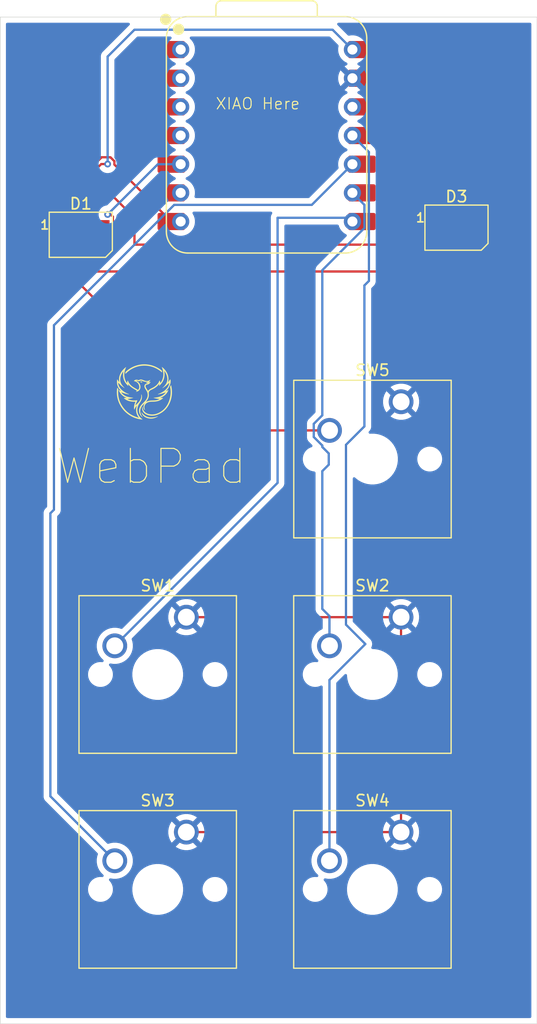
<source format=kicad_pcb>
(kicad_pcb (version 20241229) (generator "pcbnew") (generator_version "9.0")
  (layers (0 "F.Cu" signal) (2 "B.Cu" signal) (13 "F.Paste" user) (15 "B.Paste" user) (5 "F.SilkS" user "F.Silkscreen") (7 "B.SilkS" user "B.Silkscreen") (1 "F.Mask" user) (3 "B.Mask" user) (25 "Edge.Cuts" user))
  (net 0 "")
  (net 1 "Net-(D1-DOUT)")
  (net 2 "Net-(D1-VSS)")
  (net 3 "+5V")
  (net 4 "Net-(D1-DIN)")
  (net 6 "GND")
  (net 7 "Net-(U1-GPIO1{slash}RX)")
  (net 8 "Net-(U1-GPIO2{slash}SCK)")
  (net 9 "Net-(U1-GPIO4{slash}MISO)")
  (net 10 "Net-(U1-GPIO3{slash}MOSI)")
  (net 14 "Net-(U1-GPIO0{slash}TX)")
  (footprint "LED_SMD:LED_SK6812MINI_PLCC4_3.5x3.5mm_P1.75mm" (layer "F.Cu") (at 207.16875 46.11875)
    (property "Reference" "D3")
    (property "Value" "SK6812MINI")
  )
  (footprint "Button_Switch_Keyboard:SW_Cherry_MX_1.00u_PCB" (layer "F.Cu") (at 183.1975 80.645)
    (property "Reference" "SW1")
    (property "Value" "SW_Push")
  )
  (footprint "KiCAD OPL:XIAO-RP2040-DIP" (layer "F.Cu") (at 190.314992 37.955221)
    (property "Reference" "U1" (hide yes))
    (property "Value" "XIAO-RP2040-DIP")
  )
  (footprint "Button_Switch_Keyboard:SW_Cherry_MX_1.00u_PCB" (layer "F.Cu") (at 183.1975 99.695)
    (property "Reference" "SW3")
    (property "Value" "SW_Push")
  )
  (footprint "Button_Switch_Keyboard:SW_Cherry_MX_1.00u_PCB" (layer "F.Cu") (at 202.2475 99.695)
    (property "Reference" "SW4")
    (property "Value" "SW_Push")
  )
  (footprint "Button_Switch_Keyboard:SW_Cherry_MX_1.00u_PCB" (layer "F.Cu") (at 202.2475 80.645)
    (property "Reference" "SW2")
    (property "Value" "SW_Push")
  )
  (footprint "Button_Switch_Keyboard:SW_Cherry_MX_1.00u_PCB" (layer "F.Cu") (at 202.253757 61.550724)
    (property "Reference" "SW5")
    (property "Value" "SW_Push")
  )
  (footprint "LED_SMD:LED_SK6812MINI_PLCC4_3.5x3.5mm_P1.75mm" (layer "F.Cu") (at 173.83125 46.75)
    (property "Reference" "D1")
    (property "Value" "SK6812MINI")
  )
  (gr_poly (pts (xy 179.178884 59.748738) (xy 179.184443 59.749031) (xy 179.189893 59.749538) (xy 179.200483 59.751157) (xy 179.210696 59.753527) (xy 179.22057 59.75658) (xy 179.230145 59.760248) (xy 179.23946 59.764463) (xy 179.248556 59.769156) (xy 179.257472 59.77426) (xy 179.266247 59.779706) (xy 179.274921 59.785426) (xy 179.309398 59.809685) (xy 179.269903 59.822873) (xy 179.253121 59.827993) (xy 179.238017 59.832061) (xy 179.224365 59.835024) (xy 179.211941 59.83683) (xy 179.206119 59.837283) (xy 179.20052 59.837428) (xy 179.195115 59.837257) (xy 179.189876 59.836765) (xy 179.184776 59.835944) (xy 179.179785 59.834789) (xy 179.174877 59.833293) (xy 179.170022 59.831449) (xy 179.165193 59.829251) (xy 179.160361 59.826692) (xy 179.155499 59.823766) (xy 179.150578 59.820466) (xy 179.140448 59.812719) (xy 179.129746 59.803399) (xy 179.118246 59.792454) (xy 179.105725 59.779832) (xy 179.106186 59.777493) (xy 179.106751 59.775309) (xy 179.107416 59.773274) (xy 179.108177 59.77138) (xy 179.109032 59.769622) (xy 179.109977 59.767994) (xy 179.111009 59.766488) (xy 179.112125 59.765099) (xy 179.113321 59.763819) (xy 179.114594 59.762643) (xy 179.115941 59.761564) (xy 179.117358 59.760575) (xy 179.118843 59.759671) (xy 179.120391 59.758844) (xy 179.122 59.758088) (xy 179.123667 59.757396) (xy 179.125387 59.756763) (xy 179.127159 59.756182) (xy 179.130841 59.755149) (xy 179.134687 59.754246) (xy 179.13867 59.753421) (xy 179.146945 59.751799) (xy 179.151184 59.750898) (xy 179.155455 59.749869) (xy 179.161501 59.749224) (xy 179.167418 59.748826) (xy 179.173211 59.748667)) (fill yes) (layer "F.SilkS"))
  (gr_poly (pts (xy 181.050546 58.484953) (xy 181.089703 58.514035) (xy 181.127496 58.54424) (xy 181.163936 58.575557) (xy 181.199034 58.607977) (xy 181.232804 58.64149) (xy 181.265256 58.676086) (xy 181.296402 58.711756) (xy 181.326255 58.748488) (xy 181.354825 58.786274) (xy 181.382126 58.825104) (xy 181.408168 58.864968) (xy 181.432963 58.905855) (xy 181.456524 58.947756) (xy 181.478862 58.990661) (xy 181.499989 59.034561) (xy 181.519932 59.079797) (xy 181.53803 59.125303) (xy 181.554256 59.1711) (xy 181.56858 59.217206) (xy 181.580976 59.263643) (xy 181.591413 59.31043) (xy 181.599864 59.357588) (xy 181.606301 59.405135) (xy 181.610695 59.453093) (xy 181.613018 59.50148) (xy 181.613241 59.550318) (xy 181.611337 59.599626) (xy 181.607276 59.649424) (xy 181.601031 59.699732) (xy 181.592573 59.750571) (xy 181.581874 59.801959) (xy 181.596485 59.786906) (xy 181.61032 59.771725) (xy 181.62344 59.756429) (xy 181.635907 59.74103) (xy 181.647782 59.725541) (xy 181.659129 59.709975) (xy 181.670008 59.694344) (xy 181.680481 59.678661) (xy 181.700459 59.647192) (xy 181.719556 59.615668) (xy 181.757087 59.552866) (xy 181.769816 59.573083) (xy 181.780673 59.595022) (xy 181.789689 59.618588) (xy 181.796897 59.64369) (xy 181.80233 59.670235) (xy 181.806021 59.698129) (xy 181.808002 59.727279) (xy 181.808305 59.757594) (xy 181.806964 59.788979) (xy 181.804011 59.821343) (xy 181.7934 59.888633) (xy 181.776733 59.958723) (xy 181.754271 60.030867) (xy 181.726276 60.104325) (xy 181.693008 60.178353) (xy 181.654729 60.252208) (xy 181.6117 60.325147) (xy 181.564182 60.396428) (xy 181.512436 60.465308) (xy 181.456724 60.531044) (xy 181.397306 60.592893) (xy 181.410777 60.58985) (xy 181.423917 60.586201) (xy 181.43678 60.58201) (xy 181.449419 60.577343) (xy 181.461887 60.572265) (xy 181.474239 60.566841) (xy 181.498804 60.555217) (xy 181.548886 60.530687) (xy 181.561916 60.524668) (xy 181.575257 60.518824) (xy 181.588962 60.513221) (xy 181.603086 60.507924) (xy 181.578219 60.575042) (xy 181.550159 60.6384) (xy 181.519002 60.698142) (xy 181.484844 60.75441) (xy 181.447783 60.807348) (xy 181.407915 60.857097) (xy 181.365338 60.903801) (xy 181.320147 60.947602) (xy 181.272441 60.988643) (xy 181.222316 61.027067) (xy 181.169868 61.063017) (xy 181.115196 61.096634) (xy 181.058394 61.128063) (xy 180.999561 61.157446) (xy 180.938793 61.184925) (xy 180.876188 61.210643) (xy 181.129448 61.210643) (xy 181.129357 61.214103) (xy 181.129128 61.217408) (xy 181.128765 61.220562) (xy 181.128274 61.223572) (xy 181.127663 61.226443) (xy 181.126936 61.229182) (xy 181.126099 61.231794) (xy 181.125159 61.234286) (xy 181.124121 61.236663) (xy 181.122991 61.238931) (xy 181.121775 61.241097) (xy 181.120478 61.243165) (xy 181.119108 61.245143) (xy 181.117669 61.247037) (xy 181.11461 61.250592) (xy 181.111348 61.25388) (xy 181.10793 61.256947) (xy 181.104404 61.259842) (xy 181.100816 61.262612) (xy 181.093644 61.267966) (xy 181.090154 61.270647) (xy 181.08679 61.273393) (xy 181.044324 61.307719) (xy 181.000894 61.339328) (xy 180.956533 61.368308) (xy 180.911275 61.394745) (xy 180.865151 61.418727) (xy 180.818196 61.440341) (xy 180.770441 61.459675) (xy 180.72192 61.476815) (xy 180.672665 61.491849) (xy 180.62271 61.504864) (xy 180.572086 61.515947) (xy 180.520828 61.525186) (xy 180.468968 61.532667) (xy 180.416538 61.538479) (xy 180.363573 61.542708) (xy 180.310103 61.545441) (xy 180.105478 61.549301) (xy 180.054439 61.551779) (xy 180.028965 61.553691) (xy 180.003527 61.55616) (xy 179.978131 61.559268) (xy 179.95278 61.563094) (xy 179.927482 61.567721) (xy 179.902239 61.573229) (xy 179.86669 61.582355) (xy 179.84914 61.587428) (xy 179.831757 61.592871) (xy 179.814556 61.598707) (xy 179.797549 61.604958) (xy 179.78075 61.611646) (xy 179.764173 61.618795) (xy 179.747831 61.626426) (xy 179.731737 61.634562) (xy 179.715905 61.643225) (xy 179.700349 61.652439) (xy 179.685082 61.662225) (xy 179.670117 61.672606) (xy 179.655469 61.683604) (xy 179.64115 61.695243) (xy 179.625892 61.708616) (xy 179.611356 61.722315) (xy 179.597543 61.736332) (xy 179.584454 61.750661) (xy 179.57209 61.765292) (xy 179.560452 61.78022) (xy 179.549542 61.795435) (xy 179.539359 61.81093) (xy 179.529905 61.826697) (xy 179.521182 61.84273) (xy 179.51319 61.85902) (xy 179.505931 61.875559) (xy 179.499405 61.89234) (xy 179.493613 61.909355) (xy 179.488557 61.926597) (xy 179.484238 61.944058) (xy 179.480656 61.96173) (xy 179.477813 61.979606) (xy 179.475709 61.997678) (xy 179.474347 62.015938) (xy 179.473726 62.034378) (xy 179.473848 62.052992) (xy 179.474714 62.07177) (xy 179.476325 62.090707) (xy 179.478682 62.109793) (xy 179.481786 62.129022) (xy 179.485638 62.148385) (xy 179.49024 62.167875) (xy 179.495592 62.187485) (xy 179.501695 62.207206) (xy 179.516159 62.246952) (xy 179.51742 62.249824) (xy 179.518856 62.252657) (xy 179.520418 62.255467) (xy 179.522057 62.258264) (xy 179.525373 62.263874) (xy 179.526953 62.266712) (xy 179.528414 62.269588) (xy 179.52971 62.272517) (xy 179.53028 62.274004) (xy 179.530791 62.275509) (xy 179.531235 62.277033) (xy 179.531608 62.278579) (xy 179.531902 62.280146) (xy 179.532113 62.281737) (xy 179.532233 62.283355) (xy 179.532256 62.284999) (xy 179.532178 62.286672) (xy 179.53199 62.288375) (xy 179.531689 62.29011) (xy 179.531266 62.291879) (xy 179.530717 62.293682) (xy 179.530034 62.295523) (xy 179.515158 62.286121) (xy 179.501131 62.275671) (xy 179.487959 62.264214) (xy 179.475645 62.251792) (xy 179.464194 62.238446) (xy 179.45361 62.224218) (xy 179.443898 62.209151) (xy 179.435061 62.193285) (xy 179.427105 62.176663) (xy 179.420033 62.159326) (xy 179.413849 62.141317) (xy 179.408558 62.122676) (xy 179.404165 62.103446) (xy 179.400673 62.083668) (xy 179.398086 62.063385) (xy 179.39641 62.042637) (xy 179.395648 62.021467) (xy 179.395805 61.999916) (xy 179.396884 61.978027) (xy 179.398891 61.955841) (xy 179.401829 61.933399) (xy 179.405703 61.910744) (xy 179.410517 61.887918) (xy 179.416276 61.864961) (xy 179.422983 61.841916) (xy 179.430643 61.818825) (xy 179.43926 61.795729) (xy 179.448838 61.77267) (xy 179.459382 61.74969) (xy 179.470897 61.726831) (xy 179.483385 61.704134) (xy 179.496853 61.681641) (xy 179.410876 61.767539) (xy 179.369483 61.809819) (xy 179.329746 61.852417) (xy 179.310638 61.874013) (xy 179.29211 61.895903) (xy 179.274219 61.918158) (xy 179.257021 61.94085) (xy 179.240569 61.964051) (xy 179.224922 61.987832) (xy 179.210133 62.012264) (xy 179.196258 62.037419) (xy 179.170559 62.090447) (xy 179.149236 62.143122) (xy 179.132208 62.195449) (xy 179.1194 62.247431) (xy 179.110732 62.299073) (xy 179.106125 62.35038) (xy 179.105503 62.401357) (xy 179.108787 62.452007) (xy 179.115898 62.502335) (xy 179.126758 62.552346) (xy 179.14129 62.602045) (xy 179.159414 62.651435) (xy 179.181053 62.700522) (xy 179.206129 62.749309) (xy 179.234563 62.797802) (xy 179.266277 62.846005) (xy 179.269334 62.850197) (xy 179.272573 62.854287) (xy 179.275952 62.858309) (xy 179.279427 62.862297) (xy 179.286493 62.870307) (xy 179.289997 62.874398) (xy 179.293424 62.878591) (xy 179.29673 62.882921) (xy 179.299872 62.887423) (xy 179.302808 62.892129) (xy 179.304184 62.89457) (xy 179.305493 62.897075) (xy 179.306728 62.899648) (xy 179.307884 62.902294) (xy 179.308956 62.905017) (xy 179.309938 62.907821) (xy 179.310825 62.910711) (xy 179.311611 62.91369) (xy 179.312292 62.916764) (xy 179.312861 62.919935) (xy 179.309876 62.919949) (xy 179.306984 62.919828) (xy 179.304182 62.919578) (xy 179.301466 62.919205) (xy 179.298832 62.918714) (xy 179.296278 62.91811) (xy 179.293799 62.917399) (xy 179.291394 62.916587) (xy 179.289057 62.91568) (xy 179.286786 62.914681) (xy 179.284578 62.913599) (xy 179.282428 62.912436) (xy 179.278293 62.909897) (xy 179.274352 62.907107) (xy 179.27058 62.904111) (xy 179.266948 62.900953) (xy 179.26343 62.897677) (xy 179.259999 62.894329) (xy 179.253287 62.88759) (xy 179.246595 62.881089) (xy 179.219078 62.854455) (xy 179.193171 62.827098) (xy 179.168876 62.799058) (xy 179.146196 62.770374) (xy 179.125133 62.741084) (xy 179.10569 62.711228) (xy 179.087868 62.680844) (xy 179.07167 62.649972) (xy 179.057098 62.61865) (xy 179.044154 62.586918) (xy 179.032841 62.554814) (xy 179.023161 62.522378) (xy 179.015117 62.489647) (xy 179.00871 62.456663) (xy 179.003944 62.423462) (xy 179.000819 62.390085) (xy 178.999339 62.35657) (xy 178.999505 62.322956) (xy 179.001321 62.289282) (xy 179.004788 62.255588) (xy 179.009909 62.221912) (xy 179.016686 62.188292) (xy 179.025121 62.154769) (xy 179.035216 62.121381) (xy 179.046975 62.088167) (xy 179.060398 62.055166) (xy 179.075489 62.022417) (xy 179.09225 61.989959) (xy 179.110682 61.95783) (xy 179.130789 61.926071) (xy 179.152573 61.894719) (xy 179.176035 61.863814) (xy 179.197174 61.837747) (xy 179.218825 61.812162) (xy 179.240925 61.787002) (xy 179.263411 61.762206) (xy 179.309296 61.713479) (xy 179.355982 61.66551) (xy 179.449766 61.569973) (xy 179.460263 61.558929) (xy 179.623501 61.558929) (xy 179.658918 61.54219) (xy 179.694521 61.526547) (xy 179.730368 61.512045) (xy 179.766512 61.498731) (xy 179.803011 61.486649) (xy 179.839918 61.475843) (xy 179.877291 61.46636) (xy 179.915183 61.458244) (xy 179.949948 61.452148) (xy 179.984782 61.447257) (xy 180.019677 61.44342) (xy 180.054623 61.440487) (xy 180.124638 61.436734) (xy 180.194758 61.434796) (xy 180.335045 61.431557) (xy 180.405076 61.427853) (xy 180.440034 61.424954) (xy 180.474942 61.421157) (xy 180.497429 61.418086) (xy 180.520532 61.414345) (xy 180.567842 61.404997) (xy 180.591675 61.399463) (xy 180.615377 61.393402) (xy 180.638763 61.386851) (xy 180.661645 61.379847) (xy 180.683836 61.372424) (xy 180.70515 61.364619) (xy 180.7254 61.356468) (xy 180.7444 61.348008) (xy 180.761962 61.339273) (xy 180.7779 61.3303) (xy 180.792026 61.321125) (xy 180.804155 61.311783) (xy 180.669589 61.29138) (xy 180.602363 61.281079) (xy 180.535383 61.269667) (xy 180.468805 61.25636) (xy 180.435717 61.24875) (xy 180.402788 61.240372) (xy 180.370037 61.231128) (xy 180.337485 61.220919) (xy 180.305151 61.209649) (xy 180.273055 61.197218) (xy 180.429225 61.181919) (xy 180.506093 61.171764) (xy 180.581969 61.159497) (xy 180.656715 61.144786) (xy 180.730195 61.1273) (xy 180.802272 61.106708) (xy 180.872811 61.082678) (xy 180.941675 61.05488) (xy 181.008727 61.022982) (xy 181.073831 60.986653) (xy 181.136851 60.945561) (xy 181.197649 60.899376) (xy 181.256091 60.847765) (xy 181.312038 60.790398) (xy 181.365355 60.726944) (xy 181.343546 60.731992) (xy 181.321969 60.737613) (xy 181.300582 60.743698) (xy 181.279343 60.75014) (xy 181.195057 60.777336) (xy 181.150974 60.791278) (xy 181.106775 60.804872) (xy 181.062424 60.817933) (xy 181.017884 60.830277) (xy 180.974754 60.841558) (xy 180.931441 60.852208) (xy 180.909712 60.857201) (xy 180.887932 60.861921) (xy 180.866099 60.86633) (xy 180.844211 60.870391) (xy 180.757609 60.887147) (xy 180.735373 60.890581) (xy 180.724117 60.891977) (xy 180.712756 60.893109) (xy 180.701282 60.893939) (xy 180.689685 60.894429) (xy 180.677957 60.894543) (xy 180.666087 60.894241) (xy 180.66718 60.891697) (xy 180.668303 60.889314) (xy 180.669453 60.887087) (xy 180.67063 60.885008) (xy 180.671832 60.883072) (xy 180.673057 60.881272) (xy 180.674305 60.879601) (xy 180.675573 60.878054) (xy 180.67686 60.876624) (xy 180.678165 60.875305) (xy 180.679486 60.87409) (xy 180.680822 60.872974) (xy 180.682171 60.871948) (xy 180.683532 60.871009) (xy 180.684904 60.870148) (xy 180.686285 60.86936) (xy 180.689067 60.867977) (xy 180.691868 60.866809) (xy 180.694677 60.865805) (xy 180.69748 60.864915) (xy 180.703027 60.863272) (xy 180.705748 60.862418) (xy 180.708417 60.861474) (xy 180.764485 60.8395) (xy 180.819841 60.816464) (xy 180.874427 60.792279) (xy 180.928182 60.76686) (xy 180.981045 60.74012) (xy 181.032957 60.711973) (xy 181.083857 60.682335) (xy 181.133686 60.651118) (xy 181.182384 60.618237) (xy 181.229889 60.583605) (xy 181.276143 60.547138) (xy 181.321084 60.508748) (xy 181.364653 60.46835) (xy 181.40679 60.425858) (xy 181.447435 60.381186) (xy 181.486527 60.334248) (xy 181.507725 60.306489) (xy 181.52785 60.27787) (xy 181.54685 60.248544) (xy 181.564675 60.218663) (xy 181.581276 60.188379) (xy 181.596602 60.157843) (xy 181.610602 60.127209) (xy 181.623226 60.096628) (xy 181.634424 60.066253) (xy 181.644146 60.036235) (xy 181.652341 60.006726) (xy 181.658958 59.977879) (xy 181.663949 59.949846) (xy 181.667261 59.922779) (xy 181.668846 59.89683) (xy 181.668652 59.87215) (xy 181.602871 59.940414) (xy 181.569252 59.973751) (xy 181.535106 60.006537) (xy 181.500402 60.038758) (xy 181.465111 60.070401) (xy 181.4292 60.10145) (xy 181.39264 60.131891) (xy 181.355399 60.161709) (xy 181.317448 60.19089) (xy 181.278754 60.219419) (xy 181.239288 60.247282) (xy 181.199019 60.274464) (xy 181.157916 60.30095) (xy 181.115948 60.326727) (xy 181.073085 60.351779) (xy 181.073645 60.346439) (xy 181.074381 60.341579) (xy 181.075279 60.337166) (xy 181.076329 60.333167) (xy 181.077517 60.329551) (xy 181.078831 60.326285) (xy 181.080259 60.323337) (xy 181.081789 60.320673) (xy 181.083409 60.318262) (xy 181.085106 60.316072) (xy 181.086868 60.314069) (xy 181.088682 60.312222) (xy 181.090537 60.310498) (xy 181.09242 60.308864) (xy 181.096222 60.30574) (xy 181.115402 60.289745) (xy 181.13415 60.273363) (xy 181.152478 60.256608) (xy 181.170402 60.239492) (xy 181.187935 60.222027) (xy 181.205092 60.204228) (xy 181.221887 60.186106) (xy 181.238335 60.167674) (xy 181.25445 60.148947) (xy 181.270245 60.129935) (xy 181.285736 60.110653) (xy 181.300937 60.091113) (xy 181.330526 60.051311) (xy 181.359125 60.010633) (xy 181.378539 59.981168) (xy 181.396684 59.951295) (xy 181.413541 59.921018) (xy 181.42909 59.890342) (xy 181.443314 59.859273) (xy 181.456193 59.827816) (xy 181.467709 59.795977) (xy 181.477843 59.76376) (xy 181.486576 59.73117) (xy 181.493889 59.698214) (xy 181.499763 59.664896) (xy 181.50418 59.631222) (xy 181.507121 59.597196) (xy 181.508567 59.562825) (xy 181.508499 59.528113) (xy 181.506899 59.493065) (xy 181.503711 59.455168) (xy 181.499283 59.417602) (xy 181.493623 59.380356) (xy 181.48674 59.343422) (xy 181.478644 59.30679) (xy 181.469342 59.270449) (xy 181.458844 59.23439) (xy 181.447159 59.198604) (xy 181.434296 59.16308) (xy 181.420263 59.12781) (xy 181.405069 59.092782) (xy 181.388724 59.057988) (xy 181.371235 59.023417) (xy 181.352612 58.989061) (xy 181.332864 58.954909) (xy 181.311999 58.920951) (xy 181.24114 58.819577) (xy 181.254683 58.919713) (xy 181.262859 59.017539) (xy 181.2656 59.113061) (xy 181.262838 59.206282) (xy 181.254504 59.297206) (xy 181.24053 59.385836) (xy 181.220846 59.472177) (xy 181.195385 59.556231) (xy 181.164077 59.638004) (xy 181.126855 59.717499) (xy 181.083649 59.794719) (xy 181.034391 59.869669) (xy 180.979013 59.942353) (xy 180.917445 60.012774) (xy 180.84962 60.080935) (xy 180.775469 60.146842) (xy 180.791732 59.968292) (xy 180.787797 59.971308) (xy 180.784311 59.973869) (xy 180.778569 59.977986) (xy 180.776251 59.979721) (xy 180.775217 59.980546) (xy 180.774261 59.981359) (xy 180.77338 59.982171) (xy 180.77257 59.982991) (xy 180.771826 59.983833) (xy 180.771145 59.984707) (xy 180.746666 60.017244) (xy 180.721346 60.048796) (xy 180.695199 60.079379) (xy 180.66824 60.109009) (xy 180.640484 60.137702) (xy 180.611946 60.165474) (xy 180.582642 60.192342) (xy 180.552585 60.218322) (xy 180.521792 60.243429) (xy 180.490276 60.267681) (xy 180.458054 60.291093) (xy 180.425139 60.313682) (xy 180.391547 60.335463) (xy 180.357292 60.356454) (xy 180.32239 60.37667) (xy 180.286856 60.396128) (xy 180.256147 60.41221) (xy 180.225252 60.427942) (xy 180.163106 60.458733) (xy 180.10082 60.489271) (xy 180.038801 60.520321) (xy 180.026061 60.527075) (xy 180.013792 60.534072) (xy 180.001994 60.541313) (xy 179.990667 60.548798) (xy 179.979812 60.556527) (xy 179.969429 60.5645) (xy 179.959518 60.572717) (xy 179.95008 60.581178) (xy 179.941116 60.589883) (xy 179.932624 60.598833) (xy 179.924607 60.608026) (xy 179.917064 60.617465) (xy 179.909995 60.627147) (xy 179.903402 60.637075) (xy 179.897284 60.647247) (xy 179.891641 60.657663) (xy 179.886475 60.668325) (xy 179.881785 60.679231) (xy 179.877571 60.690382) (xy 179.873835 60.701778) (xy 179.870577 60.71342) (xy 179.867796 60.725306) (xy 179.865494 60.737438) (xy 179.863671 60.749815) (xy 179.862326 60.762438) (xy 179.861461 60.775306) (xy 179.861075 60.788419) (xy 179.86117 60.801778) (xy 179.861745 60.815383) (xy 179.862801 60.829233) (xy 179.864338 60.84333) (xy 179.866357 60.857672) (xy 179.870568 60.889448) (xy 179.873249 60.92091) (xy 179.874437 60.952066) (xy 179.874171 60.982927) (xy 179.872487 61.013503) (xy 179.869425 61.043805) (xy 179.865022 61.073841) (xy 179.859315 61.103623) (xy 179.852343 61.133161) (xy 179.844144 61.162464) (xy 179.834755 61.191543) (xy 179.824215 61.220408) (xy 179.81256 61.249069) (xy 179.79983 61.277537) (xy 179.786062 61.30582) (xy 179.771293 61.333931) (xy 179.763113 61.348563) (xy 179.754642 61.362994) (xy 179.736957 61.391358) (xy 179.718495 61.419238) (xy 179.699512 61.44685) (xy 179.66101 61.502132) (xy 179.642003 61.530233) (xy 179.623501 61.558929) (xy 179.460263 61.558929) (xy 179.49587 61.521468) (xy 179.540784 61.471847) (xy 179.566377 61.44181) (xy 179.590793 61.411312) (xy 179.613953 61.380318) (xy 179.635778 61.348794) (xy 179.656189 61.316705) (xy 179.675109 61.284017) (xy 179.692458 61.250695) (xy 179.708158 61.216706) (xy 179.722131 61.182014) (xy 179.734296 61.146584) (xy 179.744577 61.110384) (xy 179.752894 61.073377) (xy 179.759168 61.035531) (xy 179.763322 60.996809) (xy 179.765276 60.957178) (xy 179.764952 60.916603) (xy 179.763334 60.888965) (xy 179.760532 60.861767) (xy 179.756594 60.834992) (xy 179.751565 60.80862) (xy 179.745492 60.782633) (xy 179.738421 60.757015) (xy 179.730398 60.731746) (xy 179.72147 60.706807) (xy 179.711683 60.682182) (xy 179.701083 60.657852) (xy 179.689716 60.633798) (xy 179.677629 60.610003) (xy 179.664868 60.586448) (xy 179.651479 60.563116) (xy 179.623005 60.517044) (xy 179.579922 60.450521) (xy 179.559069 60.416948) (xy 179.549027 60.399968) (xy 179.539324 60.382815) (xy 179.530021 60.365457) (xy 179.521178 60.347859) (xy 179.512857 60.329989) (xy 179.505119 60.311815) (xy 179.498025 60.293302) (xy 179.491636 60.274419) (xy 179.486013 60.255132) (xy 179.481217 60.235408) (xy 179.479027 60.224483) (xy 179.477253 60.213641) (xy 179.475899 60.202877) (xy 179.474967 60.192187) (xy 179.47446 60.181565) (xy 179.474381 60.171008) (xy 179.474732 60.160509) (xy 179.475517 60.150066) (xy 179.476737 60.139672) (xy 179.478396 60.129323) (xy 179.480497 60.119014) (xy 179.483042 60.108741) (xy 179.486034 60.098499) (xy 179.489475 60.088284) (xy 179.49337 60.07809) (xy 179.497719 60.067912) (xy 179.502512 60.057704) (xy 179.507548 60.047903) (xy 179.512865 60.03854) (xy 179.5185 60.029644) (xy 179.52449 60.021245) (xy 179.530872 60.013372) (xy 179.537682 60.006055) (xy 179.541259 60.002615) (xy 179.544957 59.999325) (xy 179.548781 59.996189) (xy 179.552735 59.99321) (xy 179.556824 59.990393) (xy 179.561053 59.987741) (xy 179.565425 59.985258) (xy 179.569946 59.982947) (xy 179.574621 59.980813) (xy 179.579453 59.978859) (xy 179.584448 59.977088) (xy 179.58961 59.975505) (xy 179.594944 59.974113) (xy 179.600454 59.972915) (xy 179.606145 59.971917) (xy 179.612022 59.97112) (xy 179.618089 59.97053) (xy 179.62435 59.970149) (xy 179.645474 59.968909) (xy 179.66663 59.966889) (xy 179.67722 59.965531) (xy 179.687817 59.96391) (xy 179.698421 59.962005) (xy 179.709032 59.959791) (xy 179.719651 59.957248) (xy 179.730276 59.954353) (xy 179.740908 59.951082) (xy 179.751547 59.947413) (xy 179.762192 59.943325) (xy 179.772843 59.938793) (xy 179.7835 59.933797) (xy 179.794162 59.928312) (xy 179.742321 59.924325) (xy 179.717 59.921781) (xy 179.704476 59.92013) (xy 179.692037 59.918133) (xy 179.679681 59.915722) (xy 179.667403 59.912827) (xy 179.655199 59.909379) (xy 179.643065 59.90531) (xy 179.630998 59.900549) (xy 179.618994 59.895028) (xy 179.607048 59.888678) (xy 179.595157 59.881429) (xy 179.606357 59.873531) (xy 179.617766 59.866349) (xy 179.629348 59.859768) (xy 179.641066 59.853669) (xy 179.664765 59.84245) (xy 179.688568 59.831753) (xy 179.712183 59.82064) (xy 179.723828 59.814634) (xy 179.735316 59.808173) (xy 179.746611 59.801137) (xy 179.757676 59.793412) (xy 179.768474 59.784878) (xy 179.778968 59.775419) (xy 179.746471 59.781085) (xy 179.714348 59.785245) (xy 179.682581 59.787944) (xy 179.651152 59.789223) (xy 179.620043 59.789126) (xy 179.589236 59.787695) (xy 179.558714 59.784972) (xy 179.528458 59.781) (xy 179.498451 59.775822) (xy 179.468675 59.769481) (xy 179.439111 59.762018) (xy 179.409742 59.753477) (xy 179.38055 59.7439) (xy 179.351517 59.733329) (xy 179.322626 59.721808) (xy 179.293857 59.70938) (xy 179.275788 59.701786) (xy 179.257726 59.695227) (xy 179.239681 59.689735) (xy 179.221665 59.685348) (xy 179.203692 59.682101) (xy 179.185771 59.68003) (xy 179.167916 59.679169) (xy 179.150138 59.679555) (xy 179.132449 59.681223) (xy 179.114861 59.684209) (xy 179.097385 59.688548) (xy 179.080034 59.694276) (xy 179.062819 59.701428) (xy 179.045752 59.710041) (xy 179.028845 59.720149) (xy 179.01211 59.731788) (xy 179.009819 59.733424) (xy 179.007551 59.7349) (xy 179.005307 59.736221) (xy 179.003084 59.737391) (xy 179.000882 59.738416) (xy 178.998699 59.739302) (xy 178.996534 59.740053) (xy 178.994385 59.740674) (xy 178.992253 59.741171) (xy 178.990135 59.741549) (xy 178.98803 59.741812) (xy 178.985936 59.741967) (xy 178.983854 59.742019) (xy 178.981781 59.741971) (xy 178.97766 59.741602) (xy 178.973562 59.7409) (xy 178.969478 59.739908) (xy 178.965399 59.738667) (xy 178.961314 59.737217) (xy 178.957214 59.735601) (xy 178.95309 59.73386) (xy 178.944729 59.730167) (xy 178.932911 59.725069) (xy 178.921024 59.720246) (xy 178.909059 59.71572) (xy 178.897007 59.711511) (xy 178.884861 59.707639) (xy 178.872611 59.704126) (xy 178.86025 59.700991) (xy 178.847768 59.698257) (xy 178.835158 59.695943) (xy 178.82241 59.69407) (xy 178.809517 59.692659) (xy 178.796469 59.691731) (xy 178.783258 59.691306) (xy 178.769875 59.691405) (xy 178.756313 59.692049) (xy 178.742563 59.693259) (xy 178.777639 59.71063) (xy 178.795134 59.719399) (xy 178.812502 59.728405) (xy 178.834334 59.740581) (xy 178.855498 59.753564) (xy 178.875979 59.767325) (xy 178.895764 59.781832) (xy 178.914839 59.797055) (xy 178.93319 59.812965) (xy 178.950802 59.82953) (xy 178.967661 59.846721) (xy 178.983754 59.864508) (xy 178.999067 59.882859) (xy 179.013585 59.901745) (xy 179.027294 59.921136) (xy 179.040181 59.941001) (xy 179.052231 59.96131) (xy 179.06343 59.982032) (xy 179.073765 60.003138) (xy 179.08322 60.024597) (xy 179.091783 60.046379) (xy 179.099439 60.068454) (xy 179.106174 60.09079) (xy 179.111974 60.113359) (xy 179.116826 60.136129) (xy 179.120714 60.159071) (xy 179.123625 60.182154) (xy 179.125544 60.205348) (xy 179.126459 60.228623) (xy 179.126355 60.251947) (xy 179.125217 60.275292) (xy 179.123032 60.298627) (xy 179.119786 60.321921) (xy 179.115464 60.345144) (xy 179.110053 60.368266) (xy 179.105645 60.383737) (xy 179.100483 60.39901) (xy 179.094593 60.414064) (xy 179.088 60.428878) (xy 179.080731 60.443432) (xy 179.07281 60.457707) (xy 179.064264 60.471681) (xy 179.055117 60.485335) (xy 179.045397 60.498648) (xy 179.035127 60.511599) (xy 179.024334 60.52417) (xy 179.013044 60.536339) (xy 179.001282 60.548086) (xy 178.989073 60.559391) (xy 178.976444 60.570234) (xy 178.96342 60.580594) (xy 178.950026 60.590451) (xy 178.936289 60.599785) (xy 178.922234 60.608575) (xy 178.907886 60.616802) (xy 178.893271 60.624445) (xy 178.878415 60.631483) (xy 178.863343 60.637897) (xy 178.848081 60.643666) (xy 178.832655 60.64877) (xy 178.81709 60.653188) (xy 178.801412 60.656901) (xy 178.785646 60.659888) (xy 178.769818 60.662129) (xy 178.753955 60.663604) (xy 178.73808 60.664291) (xy 178.722221 60.664172) (xy 178.723843 60.660563) (xy 178.725686 60.657186) (xy 178.727733 60.654022) (xy 178.72997 60.651054) (xy 178.732381 60.648264) (xy 178.73495 60.645633) (xy 178.737663 60.643143) (xy 178.740502 60.640777) (xy 178.7465 60.636342) (xy 178.75282 60.632182) (xy 178.765928 60.624114) (xy 178.772468 60.619915) (xy 178.778833 60.615413) (xy 178.78191 60.613003) (xy 178.784897 60.610463) (xy 178.787778 60.607776) (xy 178.790537 60.604922) (xy 178.793159 60.601884) (xy 178.795629 60.598643) (xy 178.79793 60.595183) (xy 178.800047 60.591483) (xy 178.801964 60.587528) (xy 178.803667 60.583297) (xy 178.805139 60.578774) (xy 178.806365 60.57394) (xy 178.702953 60.510945) (xy 178.598235 60.448971) (xy 178.493802 60.385995) (xy 178.44219 60.353499) (xy 178.391246 60.319994) (xy 178.341169 60.285226) (xy 178.292158 60.248943) (xy 178.244412 60.210892) (xy 178.19813 60.17082) (xy 178.153511 60.128474) (xy 178.110753 60.083602) (xy 178.070056 60.035949) (xy 178.031619 59.985263) (xy 178.051997 60.156515) (xy 177.978455 60.091473) (xy 177.944192 60.0581) (xy 177.911578 60.024167) (xy 177.880598 59.989676) (xy 177.851236 59.954635) (xy 177.823474 59.919046) (xy 177.797297 59.882916) (xy 177.772688 59.846249) (xy 177.749631 59.809049) (xy 177.728109 59.771322) (xy 177.708107 59.733073) (xy 177.689607 59.694306) (xy 177.672594 59.655026) (xy 177.642962 59.574948) (xy 177.619079 59.492876) (xy 177.600814 59.40885) (xy 177.588038 59.322909) (xy 177.580619 59.23509) (xy 177.578427 59.145434) (xy 177.58133 59.053978) (xy 177.589197 58.960761) (xy 177.601899 58.865823) (xy 177.570401 58.908848) (xy 177.54043 58.952365) (xy 177.51208 58.996416) (xy 177.485445 59.04104) (xy 177.460619 59.086279) (xy 177.437697 59.132173) (xy 177.416772 59.178761) (xy 177.397938 59.226086) (xy 177.38129 59.274186) (xy 177.366922 59.323103) (xy 177.354927 59.372876) (xy 177.3454 59.423547) (xy 177.338435 59.475156) (xy 177.334125 59.527743) (xy 177.332566 59.581349) (xy 177.333851 59.636014) (xy 177.335768 59.664129) (xy 177.338679 59.691665) (xy 177.347358 59.745079) (xy 177.359631 59.79641) (xy 177.375246 59.845813) (xy 177.393947 59.893443) (xy 177.415479 59.939455) (xy 177.439588 59.984003) (xy 177.466019 60.027243) (xy 177.494517 60.069329) (xy 177.524827 60.110416) (xy 177.556695 60.150658) (xy 177.589867 60.190211) (xy 177.6591 60.267868) (xy 177.730489 60.344624) (xy 177.688992 60.322137) (xy 177.648468 60.298454) (xy 177.608856 60.273609) (xy 177.570093 60.247631) (xy 177.532117 60.220552) (xy 177.494866 60.192403) (xy 177.458278 60.163216) (xy 177.422291 60.133021) (xy 177.386843 60.10185) (xy 177.351872 60.069735) (xy 177.317315 60.036706) (xy 177.283111 60.002794) (xy 177.215513 59.932449) (xy 177.14858 59.85895) (xy 177.150633 59.886014) (xy 177.153352 59.912459) (xy 177.156732 59.938315) (xy 177.160766 59.963614) (xy 177.165451 59.988387) (xy 177.17078 60.012664) (xy 177.176747 60.036475) (xy 177.183348 60.059853) (xy 177.190577 60.082827) (xy 177.198428 60.105429) (xy 177.206896 60.127689) (xy 177.215976 60.149638) (xy 177.225661 60.171307) (xy 177.235947 60.192726) (xy 177.246829 60.213928) (xy 177.258299 60.234941) (xy 177.282133 60.275201) (xy 177.307433 60.31389) (xy 177.334142 60.351069) (xy 177.362202 60.3868) (xy 177.391554 60.421145) (xy 177.42214 60.454165) (xy 177.453904 60.485922) (xy 177.486786 60.516477) (xy 177.520728 60.545893) (xy 177.555674 60.57423) (xy 177.591564 60.601551) (xy 177.628341 60.627916) (xy 177.665947 60.653389) (xy 177.704323 60.678029) (xy 177.743413 60.701899) (xy 177.783157 60.725061) (xy 177.818607 60.744717) (xy 177.854462 60.763538) (xy 177.890703 60.781558) (xy 177.927309 60.79881) (xy 177.96426 60.815329) (xy 178.001536 60.831148) (xy 178.039117 60.846301) (xy 178.076983 60.860822) (xy 178.079955 60.861835) (xy 178.083021 60.862736) (xy 178.089301 60.86444) (xy 178.092449 60.865366) (xy 178.095557 60.866421) (xy 178.098594 60.867667) (xy 178.100075 60.86838) (xy 178.101525 60.869164) (xy 178.102941 60.870026) (xy 178.104318 60.870973) (xy 178.105653 60.872014) (xy 178.10694 60.873155) (xy 178.108176 60.874405) (xy 178.109357 60.87577) (xy 178.110478 60.877259) (xy 178.111536 60.87888) (xy 178.112526 60.880639) (xy 178.113445 60.882544) (xy 178.114287 60.884603) (xy 178.115049 60.886824) (xy 178.115727 60.889214) (xy 178.116317 60.891781) (xy 178.116814 60.894532) (xy 178.117214 60.897474) (xy 178.072894 60.8921) (xy 178.028882 60.88578) (xy 177.941721 60.87046) (xy 177.855611 60.851833) (xy 177.770428 60.830215) (xy 177.68605 60.805922) (xy 177.602354 60.779271) (xy 177.519218 60.750578) (xy 177.436519 60.72016) (xy 177.440614 60.731453) (xy 177.445815 60.743042) (xy 177.45208 60.7549) (xy 177.459365 60.766997) (xy 177.46763 60.779304) (xy 177.476831 60.791792) (xy 177.497873 60.817192) (xy 177.522152 60.842964) (xy 177.549331 60.868876) (xy 177.579069 60.894694) (xy 177.611028 60.920184) (xy 177.644869 60.945114) (xy 177.680254 60.969249) (xy 177.716843 60.992356) (xy 177.754298 61.014203) (xy 177.792279 61.034555) (xy 177.830448 61.05318) (xy 177.868466 61.069843) (xy 177.905995 61.084312) (xy 177.942111 61.096659) (xy 177.978406 61.107978) (xy 178.014873 61.118334) (xy 178.051504 61.127796) (xy 178.125228 61.144303) (xy 178.199518 61.158036) (xy 178.274313 61.16953) (xy 178.349552 61.179322) (xy 178.501125 61.195942) (xy 178.469489 61.208702) (xy 178.437584 61.220171) (xy 178.405434 61.230476) (xy 178.373063 61.239743) (xy 178.340498 61.248098) (xy 178.307762 61.255669) (xy 178.241879 61.268961) (xy 178.109162 61.291694) (xy 178.042726 61.303157) (xy 177.976503 61.316035) (xy 178.028331 61.338971) (xy 178.080459 61.359357) (xy 178.1329 61.377252) (xy 178.185672 61.392717) (xy 178.238788 61.405813) (xy 178.292264 61.4166) (xy 178.346114 61.425139) (xy 178.400355 61.43149) (xy 178.455002 61.435713) (xy 178.510068 61.43787) (xy 178.56557 61.43802) (xy 178.621523 61.436225) (xy 178.677942 61.432544) (xy 178.734841 61.427038) (xy 178.792237 61.419768) (xy 178.850144 61.410794) (xy 178.842729 61.439916) (xy 178.83394 61.468474) (xy 178.823993 61.49656) (xy 178.8131 61.524267) (xy 178.78934 61.578913) (xy 178.764379 61.63315) (xy 178.739932 61.687717) (xy 178.728439 61.715355) (xy 178.717718 61.743353) (xy 178.707985 61.771802) (xy 178.699454 61.800796) (xy 178.69234 61.830426) (xy 178.686857 61.860785) (xy 178.769672 61.787249) (xy 178.810078 61.750129) (xy 178.849574 61.712572) (xy 178.887975 61.674427) (xy 178.925097 61.635545) (xy 178.960759 61.595773) (xy 178.994775 61.554961) (xy 179.026964 61.512957) (xy 179.057142 61.469612) (xy 179.085125 61.424774) (xy 179.110731 61.378292) (xy 179.133775 61.330015) (xy 179.154075 61.279793) (xy 179.163138 61.253905) (xy 179.171447 61.227474) (xy 179.178978 61.200481) (xy 179.185708 61.172907) (xy 179.188793 61.158155) (xy 179.191378 61.143396) (xy 179.193498 61.128632) (xy 179.195189 61.113861) (xy 179.196484 61.099084) (xy 179.197418 61.0843) (xy 179.198342 61.054713) (xy 179.198238 61.025099) (xy 179.197384 60.995457) (xy 179.194532 60.936087) (xy 179.190126 60.914216) (xy 179.190069 60.912765) (xy 179.190092 60.911305) (xy 179.190205 60.909836) (xy 179.190417 60.908358) (xy 179.190737 60.906871) (xy 179.191175 60.905376) (xy 179.191738 60.903872) (xy 179.192437 60.90236) (xy 179.193281 60.90084) (xy 179.194279 60.899312) (xy 179.195439 60.897776) (xy 179.196772 60.896232) (xy 179.198285 60.894681) (xy 179.19999 60.893122) (xy 179.201893 60.891556) (xy 179.204006 60.889982) (xy 179.210469 60.901344) (xy 179.216393 60.912821) (xy 179.2218 60.924408) (xy 179.226716 60.936099) (xy 179.231164 60.947889) (xy 179.235168 60.959773) (xy 179.238752 60.971744) (xy 179.241939 60.983798) (xy 179.244754 60.995929) (xy 179.24722 61.008131) (xy 179.249362 61.020399) (xy 179.251202 61.032727) (xy 179.252766 61.045111) (xy 179.254077 61.057544) (xy 179.256036 61.082537) (xy 179.25724 61.11087) (xy 179.257315 61.138928) (xy 179.25628 61.166718) (xy 179.254159 61.194244) (xy 179.250971 61.221514) (xy 179.246739 61.248533) (xy 179.241485 61.275307) (xy 179.235228 61.301843) (xy 179.227992 61.328145) (xy 179.219797 61.35422) (xy 179.210664 61.380075) (xy 179.200616 61.405714) (xy 179.189673 61.431145) (xy 179.177857 61.456372) (xy 179.16519 61.481403) (xy 179.151693 61.506242) (xy 179.122924 61.55544) (xy 179.092901 61.603928) (xy 179.031798 61.700296) (xy 179.002071 61.748934) (xy 178.987709 61.773533) (xy 178.973794 61.798382) (xy 178.960412 61.823528) (xy 178.947646 61.849018) (xy 178.935581 61.8749) (xy 178.924302 61.901222) (xy 178.896094 61.978647) (xy 178.874448 62.056583) (xy 178.859283 62.13474) (xy 178.850522 62.212829) (xy 178.848087 62.290563) (xy 178.851899 62.367653) (xy 178.86188 62.443809) (xy 178.877951 62.518744) (xy 178.900035 62.592169) (xy 178.928052 62.663796) (xy 178.961924 62.733334) (xy 179.001574 62.800497) (xy 179.046922 62.864996) (xy 179.097891 62.926541) (xy 179.154401 62.984845) (xy 179.216375 63.039618) (xy 179.263706 63.075572) (xy 179.269828 63.080764) (xy 179.275929 63.086286) (xy 179.281991 63.092188) (xy 179.287993 63.098522) (xy 179.293916 63.105342) (xy 179.29974 63.112698) (xy 179.305446 63.120643) (xy 179.311014 63.129229) (xy 179.250697 63.123977) (xy 179.191024 63.11753) (xy 179.131972 63.109864) (xy 179.073515 63.10096) (xy 179.015629 63.090794) (xy 178.958289 63.079346) (xy 178.90147 63.066592) (xy 178.845149 63.052512) (xy 178.789301 63.037084) (xy 178.7339 63.020285) (xy 178.678923 63.002093) (xy 178.624344 62.982488) (xy 178.57014 62.961447) (xy 178.516285 62.938948) (xy 178.462756 62.914969) (xy 178.409527 62.889489) (xy 178.303339 62.83326) (xy 178.201794 62.773728) (xy 178.10484 62.711064) (xy 178.012429 62.645437) (xy 177.924511 62.577016) (xy 177.841036 62.505971) (xy 177.761954 62.432472) (xy 177.687216 62.356687) (xy 177.616772 62.278786) (xy 177.550573 62.198939) (xy 177.488569 62.117315) (xy 177.43071 62.034084) (xy 177.376947 61.949416) (xy 177.32723 61.863479) (xy 177.281509 61.776444) (xy 177.239736 61.688479) (xy 177.201859 61.599755) (xy 177.16783 61.510441) (xy 177.137598 61.420706) (xy 177.111115 61.330719) (xy 177.088331 61.240651) (xy 177.069195 61.150671) (xy 177.041673 60.971653) (xy 177.028151 60.795019) (xy 177.028232 60.622127) (xy 177.041519 60.454333) (xy 177.067616 60.292992) (xy 177.075325 60.306296) (xy 177.083489 60.318946) (xy 177.091961 60.33106) (xy 177.100594 60.342755) (xy 177.117753 60.365365) (xy 177.125986 60.376515) (xy 177.133792 60.38772) (xy 177.141023 60.399097) (xy 177.147534 60.410765) (xy 177.150472 60.416745) (xy 177.153176 60.422842) (xy 177.155625 60.429071) (xy 177.157803 60.435447) (xy 177.15969 60.441983) (xy 177.161268 60.448696) (xy 177.162519 60.4556) (xy 177.163424 60.462709) (xy 177.163965 60.470039) (xy 177.164124 60.477604) (xy 177.163882 60.485418) (xy 177.163221 60.493498) (xy 177.155332 60.583135) (xy 177.150872 60.672087) (xy 177.149849 60.760343) (xy 177.152271 60.84789) (xy 177.158147 60.934717) (xy 177.167486 61.02081) (xy 177.180295 61.106159) (xy 177.196582 61.190749) (xy 177.216357 61.274571) (xy 177.239627 61.357611) (xy 177.266401 61.439857) (xy 177.296687 61.521297) (xy 177.330493 61.601918) (xy 177.367828 61.68171) (xy 177.4087 61.760659) (xy 177.453117 61.838753) (xy 177.520088 61.945706) (xy 177.590826 62.047712) (xy 177.66534 62.144785) (xy 177.743636 62.236939) (xy 177.82572 62.324189) (xy 177.911601 62.40655) (xy 178.001283 62.484036) (xy 178.094775 62.55666) (xy 178.192082 62.624439) (xy 178.293212 62.687386) (xy 178.398172 62.745515) (xy 178.506967 62.798841) (xy 178.619606 62.847379) (xy 178.736094 62.891143) (xy 178.856439 62.930147) (xy 178.980647 62.964405) (xy 178.937017 62.903643) (xy 178.897732 62.84234) (xy 178.86279 62.780465) (xy 178.832186 62.717985) (xy 178.805915 62.654867) (xy 178.783975 62.59108) (xy 178.76636 62.526591) (xy 178.753068 62.461367) (xy 178.744094 62.395377) (xy 178.739435 62.328588) (xy 178.739086 62.260968) (xy 178.743044 62.192485) (xy 178.751304 62.123105) (xy 178.763863 62.052798) (xy 178.780717 61.98153) (xy 178.801861 61.909269) (xy 178.781768 61.929388) (xy 178.762876 61.949849) (xy 178.745109 61.970631) (xy 178.72839 61.991719) (xy 178.71264 62.013094) (xy 178.697784 62.034738) (xy 178.683743 62.056633) (xy 178.670441 62.078761) (xy 178.6578 62.101106) (xy 178.645743 62.123648) (xy 178.634192 62.146371) (xy 178.623072 62.169255) (xy 178.60181 62.21544) (xy 178.58134 62.262059) (xy 178.569452 62.215727) (xy 178.560708 62.169824) (xy 178.554957 62.124311) (xy 178.552046 62.079144) (xy 178.551823 62.034283) (xy 178.554136 61.989684) (xy 178.558833 61.945305) (xy 178.565761 61.901106) (xy 178.574769 61.857044) (xy 178.585704 61.813076) (xy 178.598414 61.769162) (xy 178.612748 61.725258) (xy 178.628552 61.681324) (xy 178.645675 61.637317) (xy 178.683268 61.548915) (xy 178.611152 61.550286) (xy 178.539785 61.549851) (xy 178.46923 61.547395) (xy 178.39955 61.542701) (xy 178.330807 61.535552) (xy 178.263063 61.525733) (xy 178.196381 61.513026) (xy 178.130822 61.497215) (xy 178.06645 61.478085) (xy 178.003327 61.455417) (xy 177.941514 61.428997) (xy 177.881075 61.398607) (xy 177.822072 61.364032) (xy 177.764566 61.325054) (xy 177.708621 61.281457) (xy 177.654299 61.233025) (xy 177.657177 61.212783) (xy 177.901518 61.212783) (xy 177.840012 61.186649) (xy 177.780548 61.158629) (xy 177.723186 61.128626) (xy 177.667985 61.096543) (xy 177.615008 61.062281) (xy 177.564314 61.025745) (xy 177.515963 60.986837) (xy 177.470016 60.94546) (xy 177.426533 60.901516) (xy 177.385575 60.854909) (xy 177.347202 60.805541) (xy 177.311475 60.753315) (xy 177.278453 60.698134) (xy 177.248197 60.6399) (xy 177.220769 60.578518) (xy 177.196227 60.513888) (xy 177.200317 60.513759) (xy 177.204295 60.513779) (xy 177.208167 60.513943) (xy 177.211937 60.514242) (xy 177.219188 60.515219) (xy 177.226081 60.516654) (xy 177.232652 60.518488) (xy 177.238934 60.520665) (xy 177.244963 60.523127) (xy 177.250773 60.525816) (xy 177.256399 60.528675) (xy 177.261874 60.531646) (xy 177.272513 60.537697) (xy 177.282968 60.543509) (xy 177.288211 60.546181) (xy 177.293512 60.548622) (xy 177.335884 60.569015) (xy 177.341745 60.571485) (xy 177.347842 60.573832) (xy 177.354209 60.576025) (xy 177.360879 60.578032) (xy 177.367885 60.579822) (xy 177.375262 60.581363) (xy 177.383041 60.582625) (xy 177.391258 60.583574) (xy 177.337871 60.528705) (xy 177.288764 60.472675) (xy 177.243963 60.415464) (xy 177.203498 60.35705) (xy 177.167395 60.297411) (xy 177.135683 60.236526) (xy 177.108389 60.174372) (xy 177.085543 60.110928) (xy 177.067171 60.046173) (xy 177.053302 59.980085) (xy 177.043963 59.912641) (xy 177.039183 59.843821) (xy 177.03899 59.773602) (xy 177.043411 59.701964) (xy 177.052474 59.628884) (xy 177.066208 59.55434) (xy 177.107165 59.618176) (xy 177.12778 59.649984) (xy 177.148909 59.681555) (xy 177.170865 59.712767) (xy 177.193967 59.743498) (xy 177.206046 59.758646) (xy 177.21853 59.773627) (xy 177.231459 59.788428) (xy 177.24487 59.803032) (xy 177.235816 59.752983) (xy 177.228986 59.703322) (xy 177.224354 59.654041) (xy 177.221891 59.605129) (xy 177.221569 59.55658) (xy 177.223361 59.508384) (xy 177.227239 59.460533) (xy 177.233174 59.413018) (xy 177.241139 59.365831) (xy 177.251107 59.318962) (xy 177.263048 59.272404) (xy 177.276936 59.226148) (xy 177.292742 59.180184) (xy 177.310439 59.134506) (xy 177.329998 59.089104) (xy 177.351392 59.043969) (xy 177.374137 58.999949) (xy 177.398169 58.957058) (xy 177.423477 58.915273) (xy 177.450047 58.874575) (xy 177.477867 58.834941) (xy 177.506924 58.796352) (xy 177.537205 58.758785) (xy 177.568699 58.722219) (xy 177.601391 58.686634) (xy 177.635271 58.652009) (xy 177.670324 58.618322) (xy 177.706539 58.585553) (xy 177.743903 58.553679) (xy 177.782403 58.522681) (xy 177.822027 58.492538) (xy 177.862761 58.463227) (xy 177.824074 58.553633) (xy 177.789746 58.643801) (xy 177.760065 58.733744) (xy 177.735314 58.823475) (xy 177.715782 58.913007) (xy 177.701753 59.002354) (xy 177.693514 59.091528) (xy 177.69135 59.180542) (xy 177.695548 59.269409) (xy 177.706394 59.358143) (xy 177.724174 59.446755) (xy 177.749173 59.535261) (xy 177.781678 59.623671) (xy 177.821975 59.712001) (xy 177.87035 59.800261) (xy 177.927089 59.888466) (xy 177.93507 59.857934) (xy 177.94207 59.828345) (xy 177.948689 59.799752) (xy 177.955527 59.772205) (xy 177.959215 59.75884) (xy 177.963184 59.745756) (xy 177.967507 59.732959) (xy 177.972259 59.720456) (xy 177.977517 59.708253) (xy 177.983355 59.696356) (xy 177.989847 59.684772) (xy 177.997069 59.673508) (xy 177.998924 59.673685) (xy 178.000687 59.673928) (xy 178.002359 59.674233) (xy 178.003944 59.674599) (xy 178.005445 59.675024) (xy 178.006866 59.675505) (xy 178.008208 59.676041) (xy 178.009476 59.676628) (xy 178.010672 59.677264) (xy 178.0118 59.677948) (xy 178.012862 59.678678) (xy 178.013861 59.67945) (xy 178.014802 59.680263) (xy 178.015686 59.681114) (xy 178.016517 59.682002) (xy 178.017298 59.682924) (xy 178.018031 59.683878) (xy 178.018721 59.684861) (xy 178.019982 59.686908) (xy 178.021104 59.689047) (xy 178.022112 59.691259) (xy 178.023031 59.693528) (xy 178.023885 59.695836) (xy 178.025498 59.700495) (xy 178.040158 59.740161) (xy 178.056404 59.778584) (xy 178.07419 59.8158) (xy 178.093465 59.851848) (xy 178.114181 59.886765) (xy 178.136288 59.92059) (xy 178.159739 59.95336) (xy 178.184483 59.985114) (xy 178.210473 60.015889) (xy 178.237658 60.045722) (xy 178.265991 60.074653) (xy 178.295422 60.102719) (xy 178.325903 60.129958) (xy 178.357384 60.156408) (xy 178.389816 60.182107) (xy 178.423151 60.207092) (xy 178.450146 60.226295) (xy 178.477526 60.244867) (xy 178.533254 60.280419) (xy 178.589962 60.314364) (xy 178.647275 60.347316) (xy 178.762218 60.412699) (xy 178.819099 60.446357) (xy 178.875087 60.481481) (xy 178.87829 60.48347) (xy 178.881398 60.48521) (xy 178.884412 60.486708) (xy 178.887337 60.487972) (xy 178.890175 60.489009) (xy 178.892929 60.489827) (xy 178.895604 60.490433) (xy 178.898201 60.490835) (xy 178.900725 60.491041) (xy 178.903178 60.491058) (xy 178.905564 60.490893) (xy 178.907885 60.490555) (xy 178.910145 60.490051) (xy 178.912347 60.489387) (xy 178.914495 60.488573) (xy 178.916591 60.487615) (xy 178.918639 60.486521) (xy 178.920642 60.485299) (xy 178.922602 60.483956) (xy 178.924524 60.4825) (xy 178.928265 60.479277) (xy 178.931888 60.475693) (xy 178.93542 60.471806) (xy 178.938886 60.467678) (xy 178.945723 60.458939) (xy 178.959992 60.438917) (xy 178.97253 60.418565) (xy 178.983394 60.397907) (xy 178.992644 60.376966) (xy 179.000334 60.355767) (xy 179.006525 60.334332) (xy 179.011272 60.312685) (xy 179.014633 60.290851) (xy 179.016666 60.268852) (xy 179.017429 60.246713) (xy 179.016978 60.224457) (xy 179.015371 60.202108) (xy 179.012666 60.179689) (xy 179.00892 60.157225) (xy 179.004191 60.134739) (xy 178.998536 60.112254) (xy 178.992342 60.090889) (xy 178.985539 60.070181) (xy 178.978136 60.050124) (xy 178.970142 60.030708) (xy 178.961566 60.011927) (xy 178.952416 59.993771) (xy 178.942701 59.976233) (xy 178.932429 59.959305) (xy 178.92161 59.942979) (xy 178.910253 59.927247) (xy 178.898365 59.912101) (xy 178.885956 59.897534) (xy 178.873035 59.883537) (xy 178.859609 59.870102) (xy 178.845689 59.857221) (xy 178.831282 59.844887) (xy 178.816397 59.833092) (xy 178.801043 59.821826) (xy 178.768964 59.800856) (xy 178.735114 59.781912) (xy 178.699562 59.764931) (xy 178.662379 59.749849) (xy 178.623634 59.736604) (xy 178.583397 59.72513) (xy 178.541739 59.715365) (xy 178.544035 59.709767) (xy 178.546742 59.704209) (xy 178.549845 59.698699) (xy 178.553332 59.693246) (xy 178.557187 59.687855) (xy 178.561398 59.682536) (xy 178.565949 59.677296) (xy 178.570827 59.672143) (xy 178.576019 59.667083) (xy 178.581509 59.662127) (xy 178.587284 59.657279) (xy 178.593331 59.65255) (xy 178.599634 59.647946) (xy 178.606181 59.643474) (xy 178.612956 59.639144) (xy 178.619946 59.634962) (xy 178.634517 59.627073) (xy 178.649779 59.619871) (xy 178.665622 59.613417) (xy 178.681933 59.607773) (xy 178.69023 59.605273) (xy 178.698602 59.602999) (xy 178.707034 59.600959) (xy 178.715514 59.599159) (xy 178.724027 59.597609) (xy 178.73256 59.596314) (xy 178.741097 59.595284) (xy 178.749626 59.594526) (xy 178.760591 59.593957) (xy 178.771472 59.593836) (xy 178.782273 59.594136) (xy 178.792999 59.594829) (xy 178.803656 59.595891) (xy 178.814248 59.597293) (xy 178.824781 59.599009) (xy 178.835259 59.601013) (xy 178.845688 59.603278) (xy 178.856071 59.605778) (xy 178.876724 59.611374) (xy 178.897257 59.617588) (xy 178.917711 59.624207) (xy 178.927281 59.627284) (xy 178.932012 59.628691) (xy 178.936716 59.629969) (xy 178.941399 59.631087) (xy 178.946069 59.632015) (xy 178.950731 59.632721) (xy 178.955393 59.633175) (xy 178.960062 59.633346) (xy 178.964744 59.633203) (xy 178.969445 59.632716) (xy 178.974174 59.631853) (xy 178.97655 59.631271) (xy 178.978936 59.630584) (xy 178.981331 59.629788) (xy 178.983738 59.628878) (xy 178.986156 59.627851) (xy 178.988587 59.626704) (xy 178.991031 59.625432) (xy 178.99349 59.624031) (xy 179.014614 59.612426) (xy 179.035802 59.602636) (xy 179.057049 59.594588) (xy 179.078353 59.588207) (xy 179.099711 59.583417) (xy 179.121118 59.580144) (xy 179.142571 59.578313) (xy 179.164067 59.577849) (xy 179.185602 59.578677) (xy 179.207174 59.580722) (xy 179.228778 59.583909) (xy 179.250411 59.588164) (xy 179.27207 59.593411) (xy 179.293751 59.599576) (xy 179.315451 59.606583) (xy 179.337167 59.614359) (xy 179.46643 59.664741) (xy 179.499159 59.676026) (xy 179.515681 59.681164) (xy 179.532329 59.685889) (xy 179.549122 59.690148) (xy 179.566077 59.693882) (xy 179.58321 59.697037) (xy 179.60054 59.699556) (xy 179.627114 59.702474) (xy 179.653507 59.704514) (xy 179.67971 59.705616) (xy 179.705711 59.70572) (xy 179.7315 59.704765) (xy 179.757067 59.702692) (xy 179.782401 59.69944) (xy 179.807493 59.694951) (xy 179.832331 59.689163) (xy 179.856906 59.682017) (xy 179.881208 59.673454) (xy 179.905225 59.663412) (xy 179.928948 59.651831) (xy 179.952366 59.638653) (xy 179.975469 59.623817) (xy 179.998246 59.607263) (xy 179.994217 59.624023) (xy 179.989319 59.640172) (xy 179.9836 59.655762) (xy 179.977108 59.670839) (xy 179.969889 59.685453) (xy 179.961991 59.699654) (xy 179.953461 59.713488) (xy 179.944347 59.727006) (xy 179.934695 59.740256) (xy 179.924554 59.753288) (xy 179.91397 59.766149) (xy 179.902991 59.778888) (xy 179.880036 59.804198) (xy 179.856067 59.829609) (xy 179.861949 59.829897) (xy 179.867714 59.829967) (xy 179.878923 59.8295) (xy 179.889751 59.8283) (xy 179.900254 59.82646) (xy 179.910488 59.824073) (xy 179.920511 59.821231) (xy 179.930377 59.818026) (xy 179.940144 59.814552) (xy 179.979342 59.799811) (xy 179.989456 59.796378) (xy 179.999807 59.793231) (xy 180.010454 59.790463) (xy 180.021451 59.788165) (xy 180.01847 59.800852) (xy 180.014884 59.812967) (xy 180.010726 59.824539) (xy 180.00603 59.835597) (xy 180.000831 59.84617) (xy 179.995165 59.856286) (xy 179.989064 59.865975) (xy 179.982564 59.875266) (xy 179.9757 59.884186) (xy 179.968505 59.892765) (xy 179.961014 59.901033) (xy 179.953263 59.909017) (xy 179.945285 59.916746) (xy 179.937114 59.92425) (xy 179.920336 59.938696) (xy 179.908956 59.947826) (xy 179.897326 59.956524) (xy 179.885454 59.964796) (xy 179.873348 59.97265) (xy 179.861017 59.980095) (xy 179.848471 59.987138) (xy 179.835717 59.993787) (xy 179.822765 60.00005) (xy 179.809623 60.005935) (xy 179.7963 60.011449) (xy 179.782804 60.016601) (xy 179.769145 60.021399) (xy 179.755331 60.02585) (xy 179.74137 60.029962) (xy 179.727272 60.033743) (xy 179.713045 60.037202) (xy 179.690682 60.042992) (xy 179.680287 60.046182) (xy 179.670414 60.049576) (xy 179.661061 60.053178) (xy 179.652227 60.056995) (xy 179.64391 60.061031) (xy 179.636107 60.065291) (xy 179.628818 60.069781) (xy 179.62204 60.074506) (xy 179.615771 60.07947) (xy 179.61001 60.08468) (xy 179.604755 60.090141) (xy 179.600004 60.095856) (xy 179.595756 60.101833) (xy 179.592007 60.108076) (xy 179.588758 60.11459) (xy 179.586006 60.12138) (xy 179.583748 60.128452) (xy 179.581984 60.135811) (xy 179.580711 60.143461) (xy 179.579929 60.151409) (xy 179.579634 60.159659) (xy 179.579825 60.168217) (xy 179.5805 60.177087) (xy 179.581658 60.186276) (xy 179.583297 60.195787) (xy 179.585414 60.205627) (xy 179.588009 60.215801) (xy 179.591079 60.226313) (xy 179.594622 60.237169) (xy 179.598637 60.248374) (xy 179.607566 60.270721) (xy 179.617391 60.292573) (xy 179.628011 60.314006) (xy 179.639325 60.335098) (xy 179.651232 60.355925) (xy 179.663632 60.376565) (xy 179.689506 60.417593) (xy 179.716141 60.458797) (xy 179.742731 60.500795) (xy 179.755757 60.522285) (xy 179.768469 60.544204) (xy 179.780767 60.566631) (xy 179.79255 60.589641) (xy 179.805079 60.573251) (xy 179.81802 60.5576) (xy 179.831352 60.542652) (xy 179.845054 60.528374) (xy 179.873493 60.501689) (xy 179.903175 60.477268) (xy 179.933941 60.454836) (xy 179.965632 60.434116) (xy 179.998086 60.414833) (xy 180.031146 60.396711) (xy 180.098438 60.362847) (xy 180.166229 60.330315) (xy 180.23324 60.29691) (xy 180.266053 60.27919) (xy 180.298191 60.260424) (xy 180.340511 60.233897) (xy 180.381795 60.206526) (xy 180.421957 60.178228) (xy 180.460911 60.14892) (xy 180.498569 60.118518) (xy 180.534847 60.086939) (xy 180.569657 60.054099) (xy 180.602914 60.019914) (xy 180.634531 59.984302) (xy 180.664422 59.947178) (xy 180.692501 59.908459) (xy 180.718681 59.868061) (xy 180.742877 59.825902) (xy 180.765002 59.781896) (xy 180.78497 59.735962) (xy 180.802695 59.688015) (xy 180.802889 59.687476) (xy 180.803105 59.686944) (xy 180.803343 59.686416) (xy 180.803603 59.68589) (xy 180.804188 59.684839) (xy 180.804861 59.683777) (xy 180.805621 59.682693) (xy 180.806469 59.681572) (xy 180.807405 59.680401) (xy 180.808428 59.679168) (xy 180.813405 59.673341) (xy 180.814871 59.671595) (xy 180.816424 59.669707) (xy 180.818067 59.667664) (xy 180.819798 59.665452) (xy 180.824542 59.671328) (xy 180.828984 59.677285) (xy 180.837015 59.689425) (xy 180.844004 59.70184) (xy 180.850062 59.714494) (xy 180.855301 59.727356) (xy 180.859833 59.74039) (xy 180.86377 59.753563) (xy 180.867222 59.766842) (xy 180.873123 59.793581) (xy 180.87843 59.820336) (xy 180.884036 59.846839) (xy 180.887231 59.859911) (xy 180.890836 59.872818) (xy 180.902481 59.863447) (xy 180.914143 59.85264) (xy 180.925798 59.840463) (xy 180.937423 59.826984) (xy 180.960485 59.796382) (xy 180.983139 59.761366) (xy 181.005196 59.722467) (xy 181.026465 59.680216) (xy 181.046758 59.635146) (xy 181.065883 59.587787) (xy 181.083651 59.538672) (xy 181.099872 59.488331) (xy 181.114357 59.437297) (xy 181.126915 59.386101) (xy 181.137357 59.335274) (xy 181.145492 59.285348) (xy 181.151131 59.236855) (xy 181.154084 59.190326) (xy 181.154965 59.142593) (xy 181.154368 59.095178) (xy 181.152325 59.048068) (xy 181.148873 59.001248) (xy 181.144044 58.954705) (xy 181.137875 58.908424) (xy 181.130399 58.862392) (xy 181.121651 58.816595) (xy 181.111665 58.771019) (xy 181.100477 58.72565) (xy 181.088119 58.680474) (xy 181.074628 58.635477) (xy 181.060037 58.590646) (xy 181.044381 58.545966) (xy 181.010013 58.457004)) (fill yes) (layer "F.SilkS"))
  (gr_poly (pts (xy 179.549851 58.231284) (xy 179.615777 58.234691) (xy 179.682201 58.239749) (xy 179.773104 58.249918) (xy 179.862643 58.263133) (xy 179.950837 58.279376) (xy 180.037706 58.298625) (xy 180.123269 58.320861) (xy 180.207547 58.346062) (xy 180.290558 58.37421) (xy 180.372324 58.405283) (xy 180.452862 58.439262) (xy 180.532194 58.476126) (xy 180.610338 58.515855) (xy 180.687315 58.558429) (xy 180.763144 58.603828) (xy 180.837845 58.652032) (xy 180.911437 58.703019) (xy 180.983941 58.756771) (xy 180.990428 58.761985) (xy 180.996438 58.76731) (xy 181.00199 58.772744) (xy 181.007103 58.778282) (xy 181.011797 58.783924) (xy 181.016091 58.789664) (xy 181.020004 58.7955) (xy 181.023557 58.80143) (xy 181.026767 58.80745) (xy 181.029655 58.813557) (xy 181.03224 58.819748) (xy 181.034541 58.82602) (xy 181.03837 58.838795) (xy 181.041297 58.851858) (xy 181.043476 58.865184) (xy 181.045062 58.87875) (xy 181.046212 58.892531) (xy 181.047079 58.906502) (xy 181.048585 58.934921) (xy 181.049534 58.949319) (xy 181.050821 58.963812) (xy 180.960904 58.88898) (xy 180.86932 58.818682) (xy 180.77605 58.752992) (xy 180.681076 58.691985) (xy 180.58438 58.635734) (xy 180.485942 58.584314) (xy 180.385746 58.537798) (xy 180.283771 58.496261) (xy 180.18 58.459776) (xy 180.074414 58.428418) (xy 179.966995 58.402261) (xy 179.857724 58.381378) (xy 179.746583 58.365844) (xy 179.633553 58.355733) (xy 179.518616 58.351118) (xy 179.401753 58.352074) (xy 179.284609 58.358698) (xy 179.16986 58.370939) (xy 179.057474 58.388699) (xy 178.94742 58.411881) (xy 178.839667 58.440387) (xy 178.734183 58.474122) (xy 178.630937 58.512986) (xy 178.529898 58.556883) (xy 178.431035 58.605716) (xy 178.334317 58.659388) (xy 178.239711 58.7178) (xy 178.147187 58.780856) (xy 178.056714 58.848458) (xy 177.968259 58.920509) (xy 177.881793 58.996913) (xy 177.797284 59.07757) (xy 177.792617 59.064636) (xy 177.789034 59.051073) (xy 177.786503 59.037017) (xy 177.784993 59.022599) (xy 177.784472 59.007955) (xy 177.78491 58.993217) (xy 177.786276 58.978518) (xy 177.788538 58.963993) (xy 177.791665 58.949774) (xy 177.795626 58.935996) (xy 177.800389 58.922791) (xy 177.805924 58.910293) (xy 177.8122 58.898635) (xy 177.819184 58.887952) (xy 177.826847 58.878376) (xy 177.830923 58.874045) (xy 177.835157 58.870041) (xy 177.907227 58.80805) (xy 177.980709 58.749058) (xy 178.05561 58.693083) (xy 178.131938 58.640146) (xy 178.2097 58.590268) (xy 178.288903 58.543468) (xy 178.369554 58.499767) (xy 178.451662 58.459185) (xy 178.535233 58.421743) (xy 178.620275 58.387459) (xy 178.706795 58.356355) (xy 178.7948 58.328451) (xy 178.884298 58.303767) (xy 178.975296 58.282324) (xy 179.067801 58.26414) (xy 179.161821 58.249237) (xy 179.22586 58.24134) (xy 179.290081 58.235493) (xy 179.354538 58.231631) (xy 179.419284 58.229687) (xy 179.484371 58.229594)) (fill yes) (layer "F.SilkS"))
  (gr_poly (pts (xy 179.250323 62.527945) (xy 179.287852 62.572749) (xy 179.326092 62.614674) (xy 179.36503 62.653777) (xy 179.404653 62.690115) (xy 179.444947 62.723748) (xy 179.4859 62.754732) (xy 179.527497 62.783126) (xy 179.569726 62.808987) (xy 179.612574 62.832374) (xy 179.656027 62.853344) (xy 179.700073 62.871954) (xy 179.744697 62.888264) (xy 179.789887 62.90233) (xy 179.83563 62.914211) (xy 179.881913 62.923965) (xy 179.928721 62.931649) (xy 179.976042 62.937321) (xy 180.023864 62.941039) (xy 180.072172 62.94286) (xy 180.170194 62.941047) (xy 180.270005 62.932344) (xy 180.371498 62.917214) (xy 180.474568 62.89612) (xy 180.579108 62.869524) (xy 180.685015 62.837889) (xy 180.6838 62.841226) (xy 180.682479 62.844377) (xy 180.681056 62.847352) (xy 180.679535 62.850159) (xy 180.677921 62.852806) (xy 180.676218 62.855303) (xy 180.674432 62.857657) (xy 180.672566 62.859878) (xy 180.670625 62.861973) (xy 180.668614 62.863952) (xy 180.666536 62.865822) (xy 180.664398 62.867593) (xy 180.662202 62.869272) (xy 180.659954 62.870869) (xy 180.65532 62.873849) (xy 180.65053 62.8766) (xy 180.645622 62.879192) (xy 180.635596 62.884167) (xy 180.630549 62.886687) (xy 180.625529 62.88932) (xy 180.620571 62.892133) (xy 180.615712 62.895196) (xy 180.562703 62.922607) (xy 180.509467 62.947442) (xy 180.456 62.969655) (xy 180.402294 62.989202) (xy 180.348346 63.006036) (xy 180.294148 63.020113) (xy 180.239696 63.031387) (xy 180.184983 63.039813) (xy 180.130003 63.045344) (xy 180.074751 63.047937) (xy 180.019222 63.047545) (xy 179.963409 63.044122) (xy 179.907306 63.037625) (xy 179.850908 63.028006) (xy 179.79421 63.015221) (xy 179.737204 62.999224) (xy 179.691747 62.984193) (xy 179.647694 62.967499) (xy 179.605112 62.949081) (xy 179.564066 62.928879) (xy 179.524625 62.906832) (xy 179.486852 62.88288) (xy 179.450815 62.856962) (xy 179.41658 62.829016) (xy 179.384213 62.798983) (xy 179.35378 62.766802) (xy 179.325347 62.732412) (xy 179.298981 62.695752) (xy 179.274748 62.656762) (xy 179.252714 62.61538) (xy 179.232945 62.571547) (xy 179.215507 62.525202) (xy 179.214554 62.522542) (xy 179.213535 62.519884) (xy 179.211453 62.514558) (xy 179.210466 62.51188) (xy 179.209563 62.509184) (xy 179.208784 62.506466) (xy 179.208166 62.503722) (xy 179.207746 62.500945) (xy 179.207622 62.499544) (xy 179.207561 62.498132) (xy 179.20757 62.49671) (xy 179.207651 62.495277) (xy 179.20781 62.493833) (xy 179.208051 62.492376) (xy 179.20838 62.490906) (xy 179.208801 62.489422) (xy 179.209318 62.487925) (xy 179.209936 62.486412) (xy 179.210661 62.484885) (xy 179.211496 62.483341) (xy 179.212447 62.48178) (xy 179.213517 62.480203)) (fill yes) (layer "F.SilkS"))
  (gr_poly (pts (xy 181.832022 60.076986) (xy 181.834905 60.080649) (xy 181.840147 60.088132) (xy 181.844742 60.095804) (xy 181.848749 60.103643) (xy 181.852229 60.111627) (xy 181.855238 60.119735) (xy 181.857838 60.127943) (xy 181.860087 60.136231) (xy 181.862045 60.144575) (xy 181.863771 60.152954) (xy 181.866762 60.169729) (xy 181.869535 60.186379) (xy 181.872564 60.202728) (xy 181.889543 60.293236) (xy 181.903241 60.383485) (xy 181.91364 60.473462) (xy 181.920724 60.563159) (xy 181.924476 60.652563) (xy 181.924879 60.741663) (xy 181.921916 60.83045) (xy 181.91557 60.918912) (xy 181.905825 61.007038) (xy 181.892663 61.094818) (xy 181.876069 61.182241) (xy 181.856024 61.269295) (xy 181.832512 61.355971) (xy 181.805516 61.442256) (xy 181.77502 61.528141) (xy 181.741006 61.613615) (xy 181.696335 61.713728) (xy 181.647913 61.809995) (xy 181.595699 61.902371) (xy 181.539652 61.99081) (xy 181.479731 62.075265) (xy 181.415897 62.155689) (xy 181.348108 62.232037) (xy 181.276324 62.304262) (xy 181.200505 62.372318) (xy 181.120609 62.436159) (xy 181.036597 62.495737) (xy 180.948428 62.551008) (xy 180.85606 62.601924) (xy 180.759454 62.64844) (xy 180.658569 62.690508) (xy 180.553364 62.728083) (xy 180.502781 62.741425) (xy 180.452312 62.753202) (xy 180.401953 62.763357) (xy 180.351701 62.77183) (xy 180.301553 62.778563) (xy 180.251505 62.783499) (xy 180.201554 62.786579) (xy 180.151696 62.787745) (xy 180.101928 62.78694) (xy 180.052247 62.784103) (xy 180.002649 62.779179) (xy 179.953131 62.772108) (xy 179.903688 62.762832) (xy 179.854319 62.751293) (xy 179.805019 62.737433) (xy 179.755786 62.721194) (xy 179.713003 62.705188) (xy 179.671438 62.687851) (xy 179.631209 62.669083) (xy 179.592431 62.648785) (xy 179.555222 62.626855) (xy 179.519699 62.603195) (xy 179.485977 62.577704) (xy 179.454173 62.550282) (xy 179.424405 62.520828) (xy 179.396788 62.489243) (xy 179.37144 62.455427) (xy 179.359653 62.43765) (xy 179.348476 62.419279) (xy 179.337926 62.400299) (xy 179.328015 62.380699) (xy 179.318759 62.360466) (xy 179.310171 62.339588) (xy 179.302268 62.318051) (xy 179.295063 62.295845) (xy 179.288571 62.272955) (xy 179.282806 62.249369) (xy 179.279395 62.233177) (xy 179.276464 62.216922) (xy 179.274044 62.200618) (xy 179.272162 62.184276) (xy 179.270848 62.16791) (xy 179.27013 62.151531) (xy 179.270038 62.135152) (xy 179.270601 62.118786) (xy 179.271846 62.102444) (xy 179.273803 62.086139) (xy 179.276502 62.069883) (xy 179.27997 62.05369) (xy 179.284237 62.03757) (xy 179.289331 62.021538) (xy 179.295282 62.005604) (xy 179.302118 61.989782) (xy 179.303777 61.990308) (xy 179.305338 61.990856) (xy 179.306802 61.991426) (xy 179.308173 61.992016) (xy 179.309453 61.992625) (xy 179.310647 61.993253) (xy 179.311756 61.993899) (xy 179.312783 61.994561) (xy 179.313733 61.995239) (xy 179.314607 61.995931) (xy 179.315409 61.996638) (xy 179.316142 61.997356) (xy 179.316809 61.998087) (xy 179.317412 61.998828) (xy 179.317955 61.999579) (xy 179.318441 62.000339) (xy 179.318873 62.001107) (xy 179.319253 62.001882) (xy 179.319586 62.002662) (xy 179.319873 62.003448) (xy 179.320117 62.004238) (xy 179.320323 62.00503) (xy 179.320629 62.006621) (xy 179.320814 62.008213) (xy 179.320902 62.009797) (xy 179.320918 62.011366) (xy 179.320885 62.012913) (xy 179.320698 62.043927) (xy 179.322107 62.074215) (xy 179.325056 62.103774) (xy 179.329486 62.132599) (xy 179.33534 62.160688) (xy 179.34256 62.188035) (xy 179.351087 62.214638) (xy 179.360865 62.240492) (xy 179.371835 62.265592) (xy 179.38394 62.289936) (xy 179.397121 62.31352) (xy 179.411321 62.336338) (xy 179.426482 62.358388) (xy 179.442546 62.379665) (xy 179.459455 62.400166) (xy 179.477152 62.419886) (xy 179.514678 62.45697) (xy 179.55466 62.490884) (xy 179.596635 62.521598) (xy 179.640142 62.54908) (xy 179.684717 62.573298) (xy 179.729899 62.594221) (xy 179.775224 62.611817) (xy 179.82023 62.626056) (xy 179.886991 62.64299) (xy 179.953293 62.656214) (xy 180.019135 62.665794) (xy 180.084516 62.671792) (xy 180.149435 62.674271) (xy 180.213891 62.673296) (xy 180.277882 62.668929) (xy 180.341408 62.661235) (xy 180.404467 62.650277) (xy 180.46706 62.636118) (xy 180.529184 62.618822) (xy 180.590838 62.598453) (xy 180.652022 62.575074) (xy 180.712734 62.548749) (xy 180.772974 62.519542) (xy 180.83274 62.487515) (xy 180.925694 62.431852) (xy 181.013309 62.372329) (xy 181.095704 62.309044) (xy 181.173003 62.242097) (xy 181.245325 62.171585) (xy 181.312793 62.097608) (xy 181.375529 62.020263) (xy 181.433653 61.939651) (xy 181.487288 61.855869) (xy 181.536555 61.769016) (xy 181.581575 61.679191) (xy 181.622471 61.586492) (xy 181.659363 61.491019) (xy 181.692373 61.392869) (xy 181.721622 61.292142) (xy 181.747233 61.188935) (xy 181.759435 61.132381) (xy 181.770223 61.075766) (xy 181.779581 61.019093) (xy 181.787487 60.962365) (xy 181.793923 60.905586) (xy 181.798871 60.84876) (xy 181.80231 60.79189) (xy 181.804221 60.73498) (xy 181.804586 60.678032) (xy 181.803385 60.62105) (xy 181.800599 60.564039) (xy 181.79621 60.507) (xy 181.790196 60.449939) (xy 181.782541 60.392857) (xy 181.773224 60.335759) (xy 181.762226 60.278648) (xy 181.760607 60.270497) (xy 181.759367 60.263022) (xy 181.758916 60.259452) (xy 181.758591 60.255946) (xy 181.758402 60.252471) (xy 181.758361 60.24899) (xy 181.758478 60.245469) (xy 181.758764 60.241874) (xy 181.759228 60.23817) (xy 181.759882 60.234321) (xy 181.760735 60.230293) (xy 181.761799 60.226051) (xy 181.763085 60.22156) (xy 181.764602 60.216786) (xy 181.766361 60.211692) (xy 181.768372 60.206246) (xy 181.773195 60.194153) (xy 181.779155 60.180229) (xy 181.786337 60.164195) (xy 181.794823 60.145771) (xy 181.804699 60.12468) (xy 181.828956 60.073378)) (fill yes) (layer "F.SilkS"))
  (gr_rect (start 166.6875 27.452849) (end 214.3125 116.68125) (stroke (width 0.05)) (fill no) (layer "Edge.Cuts"))
  (gr_text "WebPad\n" (at 171.45 69.05625 0) (layer "F.SilkS") (effects (font (size 3 3) (thickness 0.1)) (justify left bottom)))
  (gr_text "XIAO Here" (at 185.7375 35.71875 0) (layer "F.SilkS") (effects (font (size 1 1) (thickness 0.1)) (justify left bottom)))
  (segment (start 172.08125 45.875) (end 172.08125 44.6125) (width 0.2) (layer "F.Cu") (net 1))
  (segment (start 178.59375 47.625) (end 202.9605 47.625) (width 0.2) (layer "F.Cu") (net 1))
  (segment (start 202.9605 47.625) (end 204.31775 46.26775) (width 0.2) (layer "F.Cu") (net 1))
  (segment (start 176.2125 42.8625) (end 178.59375 45.24375) (width 0.2) (layer "F.Cu") (net 1))
  (segment (start 173.83125 42.8625) (end 176.2125 42.8625) (width 0.2) (layer "F.Cu") (net 1))
  (segment (start 208.19275 46.26775) (end 208.91875 46.99375) (width 0.2) (layer "F.Cu") (net 1))
  (segment (start 172.08125 44.6125) (end 173.83125 42.8625) (width 0.2) (layer "F.Cu") (net 1))
  (segment (start 204.31775 46.26775) (end 208.19275 46.26775) (width 0.2) (layer "F.Cu") (net 1))
  (segment (start 178.59375 45.24375) (end 178.59375 47.625) (width 0.2) (layer "F.Cu") (net 1))
  (segment (start 172.08125 47.625) (end 174.4625 50.00625) (width 0.2) (layer "F.Cu") (net 2))
  (segment (start 202.40625 50.00625) (end 205.41875 46.99375) (width 0.2) (layer "F.Cu") (net 2))
  (segment (start 174.4625 50.00625) (end 202.40625 50.00625) (width 0.2) (layer "F.Cu") (net 2))
  (segment (start 175.6454 40.48125) (end 170.98025 45.1464) (width 0.2) (layer "F.Cu") (net 3))
  (segment (start 174.85525 46.601) (end 175.58125 45.875) (width 0.2) (layer "F.Cu") (net 3))
  (segment (start 170.98025 46.601) (end 174.85525 46.601) (width 0.2) (layer "F.Cu") (net 3))
  (segment (start 170.98025 45.1464) (end 170.98025 46.601) (width 0.2) (layer "F.Cu") (net 3))
  (segment (start 208.91875 45.24375) (end 208.91875 40.483979) (width 0.2) (layer "F.Cu") (net 3))
  (segment (start 176.2125 40.48125) (end 175.6454 40.48125) (width 0.2) (layer "F.Cu") (net 3))
  (segment (start 208.91875 40.483979) (end 198.769992 30.335221) (width 0.2) (layer "F.Cu") (net 3))
  (via (at 176.2125 40.48125) (size 0.6) (drill 0.3) (layers "F.Cu" "B.Cu") (net 3))
  (segment (start 197.934992 30.335221) (end 196.174771 28.575) (width 0.2) (layer "B.Cu") (net 3))
  (segment (start 196.174771 28.575) (end 178.59375 28.575) (width 0.2) (layer "B.Cu") (net 3))
  (segment (start 176.2125 30.95625) (end 176.2125 40.48125) (width 0.2) (layer "B.Cu") (net 3))
  (segment (start 178.59375 28.575) (end 176.2125 30.95625) (width 0.2) (layer "B.Cu") (net 3))
  (segment (start 176.68225 46.524) (end 176.68225 45.149) (width 0.2) (layer "F.Cu") (net 4))
  (segment (start 176.483248 44.949998) (end 176.2125 44.949998) (width 0.2) (layer "F.Cu") (net 4))
  (segment (start 176.68225 45.149) (end 176.483248 44.949998) (width 0.2) (layer "F.Cu") (net 4))
  (segment (start 175.58125 47.625) (end 176.68225 46.524) (width 0.2) (layer "F.Cu") (net 4))
  (via (at 176.2125 44.949998) (size 0.6) (drill 0.3) (layers "F.Cu" "B.Cu") (net 4))
  (segment (start 182.694992 40.495221) (end 180.975 40.495221) (width 0.2) (layer "B.Cu") (net 4))
  (segment (start 176.2125 44.949998) (end 180.667277 40.495221) (width 0.2) (layer "B.Cu") (net 4))
  (segment (start 180.975 40.495221) (end 180.667277 40.495221) (width 0.2) (layer "B.Cu") (net 4))
  (segment (start 202.2475 99.695) (end 183.1975 99.695) (width 0.2) (layer "F.Cu") (net 6))
  (segment (start 202.2475 99.695) (end 202.2475 80.645) (width 0.2) (layer "F.Cu") (net 6))
  (segment (start 183.1975 80.645) (end 202.2475 80.645) (width 0.2) (layer "F.Cu") (net 6))
  (segment (start 202.565 37.505229) (end 202.253757 37.816472) (width 0.2) (layer "B.Cu") (net 6))
  (segment (start 176.8475 83.185) (end 191.29375 68.73875) (width 0.2) (layer "B.Cu") (net 7))
  (segment (start 191.29375 45.24375) (end 197.64375 45.24375) (width 0.2) (layer "B.Cu") (net 7))
  (segment (start 191.29375 68.73875) (end 191.29375 45.24375) (width 0.2) (layer "B.Cu") (net 7))
  (segment (start 195.8975 83.185) (end 195.8975 80.54953) (width 0.2) (layer "B.Cu") (net 8))
  (segment (start 194.502757 63.51041) (end 195.2625 62.750667) (width 0.2) (layer "B.Cu") (net 8))
  (segment (start 195.2625 67.700451) (end 195.834757 67.128194) (width 0.2) (layer "B.Cu") (net 8))
  (segment (start 195.2625 62.750667) (end 195.2625 49.887729) (width 0.2) (layer "B.Cu") (net 8))
  (segment (start 195.834757 66.133254) (end 195.2625 65.560997) (width 0.2) (layer "B.Cu") (net 8))
  (segment (start 195.2625 65.430781) (end 194.502757 64.671038) (width 0.2) (layer "B.Cu") (net 8))
  (segment (start 195.2625 65.560997) (end 195.2625 65.430781) (width 0.2) (layer "B.Cu") (net 8))
  (segment (start 195.834757 67.128194) (end 195.834757 66.133254) (width 0.2) (layer "B.Cu") (net 8))
  (segment (start 198.997992 44.098221) (end 197.934992 43.035221) (width 0.2) (layer "B.Cu") (net 8))
  (segment (start 194.502757 64.671038) (end 194.502757 63.51041) (width 0.2) (layer "B.Cu") (net 8))
  (segment (start 195.2625 49.887729) (end 198.997992 46.152237) (width 0.2) (layer "B.Cu") (net 8))
  (segment (start 198.997992 46.152237) (end 198.997992 44.098221) (width 0.2) (layer "B.Cu") (net 8))
  (segment (start 195.8975 80.54953) (end 195.2625 79.91453) (width 0.2) (layer "B.Cu") (net 8))
  (segment (start 195.2625 79.91453) (end 195.2625 67.700451) (width 0.2) (layer "B.Cu") (net 8))
  (segment (start 171.45 54.76875) (end 182.120529 44.098221) (width 0.2) (layer "B.Cu") (net 9))
  (segment (start 182.120529 44.098221) (end 194.331992 44.098221) (width 0.2) (layer "B.Cu") (net 9))
  (segment (start 176.8475 102.235) (end 171.1325 96.52) (width 0.2) (layer "B.Cu") (net 9))
  (segment (start 194.331992 44.098221) (end 197.934992 40.495221) (width 0.2) (layer "B.Cu") (net 9))
  (segment (start 171.1325 96.52) (end 171.1325 71.4375) (width 0.2) (layer "B.Cu") (net 9))
  (segment (start 171.1325 71.4375) (end 171.45 71.12) (width 0.2) (layer "B.Cu") (net 9))
  (segment (start 171.45 71.12) (end 171.45 54.76875) (width 0.2) (layer "B.Cu") (net 9))
  (segment (start 199.081492 83.026192) (end 197.362757 81.307457) (width 0.2) (layer "B.Cu") (net 10))
  (segment (start 197.362757 65.368493) (end 198.997992 63.733258) (width 0.2) (layer "B.Cu") (net 10))
  (segment (start 198.997992 51.241971) (end 199.398992 50.840971) (width 0.2) (layer "B.Cu") (net 10))
  (segment (start 199.398992 39.419221) (end 197.934992 37.955221) (width 0.2) (layer "B.Cu") (net 10))
  (segment (start 197.362757 81.307457) (end 197.362757 65.368493) (width 0.2) (layer "B.Cu") (net 10))
  (segment (start 195.8975 86.210184) (end 199.081492 83.026192) (width 0.2) (layer "B.Cu") (net 10))
  (segment (start 198.997992 63.733258) (end 198.997992 51.241971) (width 0.2) (layer "B.Cu") (net 10))
  (segment (start 199.398992 50.840971) (end 199.398992 39.419221) (width 0.2) (layer "B.Cu") (net 10))
  (segment (start 195.8975 102.235) (end 195.8975 86.210184) (width 0.2) (layer "B.Cu") (net 10))
  (segment (start 170.57925 47.95) (end 170.57925 44.9803) (width 0.2) (layer "F.Cu") (net 14))
  (segment (start 175.6793 39.88025) (end 176.461443 39.88025) (width 0.2) (layer "F.Cu") (net 14))
  (segment (start 186.719974 64.090724) (end 170.57925 47.95) (width 0.2) (layer "F.Cu") (net 14))
  (segment (start 181.859992 45.575221) (end 182.694992 45.575221) (width 0.2) (layer "F.Cu") (net 14))
  (segment (start 176.8135 40.528729) (end 181.859992 45.575221) (width 0.2) (layer "F.Cu") (net 14))
  (segment (start 176.8135 40.232307) (end 176.8135 40.528729) (width 0.2) (layer "F.Cu") (net 14))
  (segment (start 176.461443 39.88025) (end 176.8135 40.232307) (width 0.2) (layer "F.Cu") (net 14))
  (segment (start 195.903757 64.090724) (end 186.719974 64.090724) (width 0.2) (layer "F.Cu") (net 14))
  (segment (start 170.57925 44.9803) (end 175.6793 39.88025) (width 0.2) (layer "F.Cu") (net 14))
  (zone (net 6) (net_name "GND") (layer "B.Cu") (connect_pads (clearance 0.5)) (min_thickness 0.25) (fill yes (thermal_gap 0.5) (thermal_bridge_width 0.5))
    (polygon (pts (xy 166.6875 27.336155) (xy 214.3125 27.336155) (xy 214.3125 116.68125) (xy 166.6875 116.68125)))
  )
)
</source>
